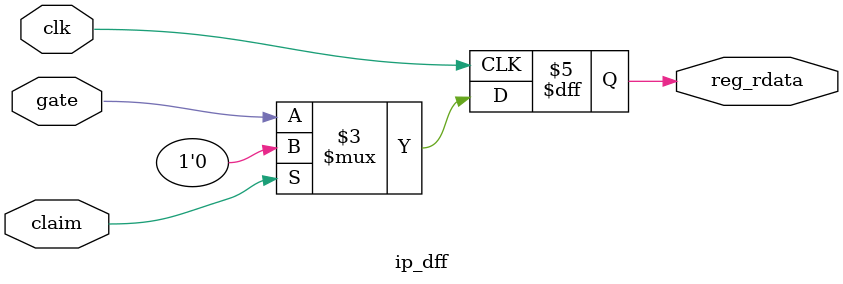
<source format=v>
module ip_dff(
  input            clk      ,
  output reg       reg_rdata, 
  input            gate     ,
  input            claim
  );

always@(posedge clk) begin
  if(claim) begin
    reg_rdata <= 0;
  end
  else begin
    reg_rdata <= gate;
  end
end

endmodule

</source>
